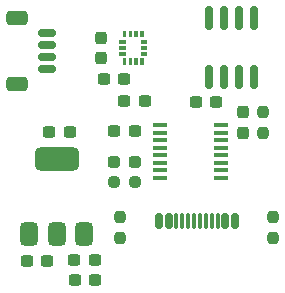
<source format=gbr>
%TF.GenerationSoftware,KiCad,Pcbnew,8.0.5*%
%TF.CreationDate,2024-10-05T00:07:48-06:00*%
%TF.ProjectId,2024_10_STM32C011J4M6_TestBoard,32303234-5f31-4305-9f53-544d33324330,rev?*%
%TF.SameCoordinates,Original*%
%TF.FileFunction,Paste,Top*%
%TF.FilePolarity,Positive*%
%FSLAX46Y46*%
G04 Gerber Fmt 4.6, Leading zero omitted, Abs format (unit mm)*
G04 Created by KiCad (PCBNEW 8.0.5) date 2024-10-05 00:07:48*
%MOMM*%
%LPD*%
G01*
G04 APERTURE LIST*
G04 Aperture macros list*
%AMRoundRect*
0 Rectangle with rounded corners*
0 $1 Rounding radius*
0 $2 $3 $4 $5 $6 $7 $8 $9 X,Y pos of 4 corners*
0 Add a 4 corners polygon primitive as box body*
4,1,4,$2,$3,$4,$5,$6,$7,$8,$9,$2,$3,0*
0 Add four circle primitives for the rounded corners*
1,1,$1+$1,$2,$3*
1,1,$1+$1,$4,$5*
1,1,$1+$1,$6,$7*
1,1,$1+$1,$8,$9*
0 Add four rect primitives between the rounded corners*
20,1,$1+$1,$2,$3,$4,$5,0*
20,1,$1+$1,$4,$5,$6,$7,0*
20,1,$1+$1,$6,$7,$8,$9,0*
20,1,$1+$1,$8,$9,$2,$3,0*%
G04 Aperture macros list end*
%ADD10C,0.010000*%
%ADD11RoundRect,0.237500X0.237500X-0.250000X0.237500X0.250000X-0.237500X0.250000X-0.237500X-0.250000X0*%
%ADD12RoundRect,0.237500X0.300000X0.237500X-0.300000X0.237500X-0.300000X-0.237500X0.300000X-0.237500X0*%
%ADD13R,1.200000X0.400000*%
%ADD14RoundRect,0.237500X-0.300000X-0.237500X0.300000X-0.237500X0.300000X0.237500X-0.300000X0.237500X0*%
%ADD15RoundRect,0.237500X-0.237500X0.250000X-0.237500X-0.250000X0.237500X-0.250000X0.237500X0.250000X0*%
%ADD16RoundRect,0.237500X0.237500X-0.287500X0.237500X0.287500X-0.237500X0.287500X-0.237500X-0.287500X0*%
%ADD17RoundRect,0.375000X0.375000X-0.625000X0.375000X0.625000X-0.375000X0.625000X-0.375000X-0.625000X0*%
%ADD18RoundRect,0.500000X1.400000X-0.500000X1.400000X0.500000X-1.400000X0.500000X-1.400000X-0.500000X0*%
%ADD19RoundRect,0.150000X-0.150000X-0.500000X0.150000X-0.500000X0.150000X0.500000X-0.150000X0.500000X0*%
%ADD20RoundRect,0.075000X-0.075000X-0.575000X0.075000X-0.575000X0.075000X0.575000X-0.075000X0.575000X0*%
%ADD21RoundRect,0.237500X-0.250000X-0.237500X0.250000X-0.237500X0.250000X0.237500X-0.250000X0.237500X0*%
%ADD22RoundRect,0.237500X0.287500X0.237500X-0.287500X0.237500X-0.287500X-0.237500X0.287500X-0.237500X0*%
%ADD23RoundRect,0.237500X-0.237500X0.300000X-0.237500X-0.300000X0.237500X-0.300000X0.237500X0.300000X0*%
%ADD24RoundRect,0.150000X0.625000X-0.150000X0.625000X0.150000X-0.625000X0.150000X-0.625000X-0.150000X0*%
%ADD25RoundRect,0.250000X0.650000X-0.350000X0.650000X0.350000X-0.650000X0.350000X-0.650000X-0.350000X0*%
%ADD26RoundRect,0.150000X0.150000X-0.825000X0.150000X0.825000X-0.150000X0.825000X-0.150000X-0.825000X0*%
G04 APERTURE END LIST*
D10*
%TO.C,MT1*%
X117917100Y-69386900D02*
X117467100Y-69386900D01*
X117467100Y-69148900D01*
X117917100Y-69148900D01*
X117917100Y-69386900D01*
G36*
X117917100Y-69386900D02*
G01*
X117467100Y-69386900D01*
X117467100Y-69148900D01*
X117917100Y-69148900D01*
X117917100Y-69386900D01*
G37*
X117917100Y-69886900D02*
X117467100Y-69886900D01*
X117467100Y-69648900D01*
X117917100Y-69648900D01*
X117917100Y-69886900D01*
G36*
X117917100Y-69886900D02*
G01*
X117467100Y-69886900D01*
X117467100Y-69648900D01*
X117917100Y-69648900D01*
X117917100Y-69886900D01*
G37*
X117917100Y-70386900D02*
X117467100Y-70386900D01*
X117467100Y-70148900D01*
X117917100Y-70148900D01*
X117917100Y-70386900D01*
G36*
X117917100Y-70386900D02*
G01*
X117467100Y-70386900D01*
X117467100Y-70148900D01*
X117917100Y-70148900D01*
X117917100Y-70386900D01*
G37*
X117973600Y-68830400D02*
X117735600Y-68830400D01*
X117735600Y-68380400D01*
X117973600Y-68380400D01*
X117973600Y-68830400D01*
G36*
X117973600Y-68830400D02*
G01*
X117735600Y-68830400D01*
X117735600Y-68380400D01*
X117973600Y-68380400D01*
X117973600Y-68830400D01*
G37*
X117973600Y-71155400D02*
X117735600Y-71155400D01*
X117735600Y-70705400D01*
X117973600Y-70705400D01*
X117973600Y-71155400D01*
G36*
X117973600Y-71155400D02*
G01*
X117735600Y-71155400D01*
X117735600Y-70705400D01*
X117973600Y-70705400D01*
X117973600Y-71155400D01*
G37*
X118473600Y-68830400D02*
X118235600Y-68830400D01*
X118235600Y-68380400D01*
X118473600Y-68380400D01*
X118473600Y-68830400D01*
G36*
X118473600Y-68830400D02*
G01*
X118235600Y-68830400D01*
X118235600Y-68380400D01*
X118473600Y-68380400D01*
X118473600Y-68830400D01*
G37*
X118473600Y-71155400D02*
X118235600Y-71155400D01*
X118235600Y-70705400D01*
X118473600Y-70705400D01*
X118473600Y-71155400D01*
G36*
X118473600Y-71155400D02*
G01*
X118235600Y-71155400D01*
X118235600Y-70705400D01*
X118473600Y-70705400D01*
X118473600Y-71155400D01*
G37*
X118973600Y-68830400D02*
X118735600Y-68830400D01*
X118735600Y-68380400D01*
X118973600Y-68380400D01*
X118973600Y-68830400D01*
G36*
X118973600Y-68830400D02*
G01*
X118735600Y-68830400D01*
X118735600Y-68380400D01*
X118973600Y-68380400D01*
X118973600Y-68830400D01*
G37*
X118973600Y-71155400D02*
X118735600Y-71155400D01*
X118735600Y-70705400D01*
X118973600Y-70705400D01*
X118973600Y-71155400D01*
G36*
X118973600Y-71155400D02*
G01*
X118735600Y-71155400D01*
X118735600Y-70705400D01*
X118973600Y-70705400D01*
X118973600Y-71155400D01*
G37*
X119473600Y-68830400D02*
X119235600Y-68830400D01*
X119235600Y-68380400D01*
X119473600Y-68380400D01*
X119473600Y-68830400D01*
G36*
X119473600Y-68830400D02*
G01*
X119235600Y-68830400D01*
X119235600Y-68380400D01*
X119473600Y-68380400D01*
X119473600Y-68830400D01*
G37*
X119473600Y-71155400D02*
X119235600Y-71155400D01*
X119235600Y-70705400D01*
X119473600Y-70705400D01*
X119473600Y-71155400D01*
G36*
X119473600Y-71155400D02*
G01*
X119235600Y-71155400D01*
X119235600Y-70705400D01*
X119473600Y-70705400D01*
X119473600Y-71155400D01*
G37*
X119742100Y-69386900D02*
X119292100Y-69386900D01*
X119292100Y-69148900D01*
X119742100Y-69148900D01*
X119742100Y-69386900D01*
G36*
X119742100Y-69386900D02*
G01*
X119292100Y-69386900D01*
X119292100Y-69148900D01*
X119742100Y-69148900D01*
X119742100Y-69386900D01*
G37*
X119742100Y-69886900D02*
X119292100Y-69886900D01*
X119292100Y-69648900D01*
X119742100Y-69648900D01*
X119742100Y-69886900D01*
G36*
X119742100Y-69886900D02*
G01*
X119292100Y-69886900D01*
X119292100Y-69648900D01*
X119742100Y-69648900D01*
X119742100Y-69886900D01*
G37*
X119742100Y-70386900D02*
X119292100Y-70386900D01*
X119292100Y-70148900D01*
X119742100Y-70148900D01*
X119742100Y-70386900D01*
G36*
X119742100Y-70386900D02*
G01*
X119292100Y-70386900D01*
X119292100Y-70148900D01*
X119742100Y-70148900D01*
X119742100Y-70386900D01*
G37*
%TD*%
D11*
%TO.C,R4*%
X117551200Y-85926300D03*
X117551200Y-84101300D03*
%TD*%
D12*
%TO.C,C7*%
X125652700Y-74422000D03*
X123927700Y-74422000D03*
%TD*%
D13*
%TO.C,U2*%
X126094800Y-80804600D03*
X126094800Y-80169600D03*
X126094800Y-79534600D03*
X126094800Y-78899600D03*
X126094800Y-78264600D03*
X126094800Y-77629600D03*
X126094800Y-76994600D03*
X126094800Y-76359600D03*
X120894800Y-76359600D03*
X120894800Y-76994600D03*
X120894800Y-77629600D03*
X120894800Y-78264600D03*
X120894800Y-78899600D03*
X120894800Y-79534600D03*
X120894800Y-80169600D03*
X120894800Y-80804600D03*
%TD*%
D14*
%TO.C,C9*%
X117869100Y-74289100D03*
X119594100Y-74289100D03*
%TD*%
D12*
%TO.C,C5*%
X111327100Y-87884000D03*
X109602100Y-87884000D03*
%TD*%
D15*
%TO.C,R3*%
X130454400Y-84101300D03*
X130454400Y-85926300D03*
%TD*%
D16*
%TO.C,D2*%
X127965200Y-77024200D03*
X127965200Y-75274200D03*
%TD*%
D12*
%TO.C,C1*%
X118769300Y-76835000D03*
X117044300Y-76835000D03*
%TD*%
D17*
%TO.C,U3*%
X109841000Y-85547600D03*
X112141000Y-85547600D03*
D18*
X112141000Y-79247600D03*
D17*
X114441000Y-85547600D03*
%TD*%
D12*
%TO.C,C3*%
X115392200Y-89509600D03*
X113667200Y-89509600D03*
%TD*%
D19*
%TO.C,J3*%
X120828200Y-84494600D03*
X121628200Y-84494600D03*
D20*
X122778200Y-84494600D03*
X123778200Y-84494600D03*
X124278200Y-84494600D03*
X125278200Y-84494600D03*
D19*
X126428200Y-84494600D03*
X127228200Y-84494600D03*
X127228200Y-84494600D03*
X126428200Y-84494600D03*
D20*
X125778200Y-84494600D03*
X124778200Y-84494600D03*
X123278200Y-84494600D03*
X122278200Y-84494600D03*
D19*
X121628200Y-84494600D03*
X120828200Y-84494600D03*
%TD*%
D21*
%TO.C,R1*%
X116994300Y-81178400D03*
X118819300Y-81178400D03*
%TD*%
D14*
%TO.C,C6*%
X111532500Y-76962000D03*
X113257500Y-76962000D03*
%TD*%
D22*
%TO.C,D1*%
X118767800Y-79476600D03*
X117017800Y-79476600D03*
%TD*%
D23*
%TO.C,C10*%
X115912200Y-68956200D03*
X115912200Y-70681200D03*
%TD*%
D12*
%TO.C,C8*%
X117854900Y-72491600D03*
X116129900Y-72491600D03*
%TD*%
D24*
%TO.C,J2*%
X111353600Y-71602600D03*
X111353600Y-70602600D03*
X111353600Y-69602600D03*
X111353600Y-68602600D03*
D25*
X108828600Y-72902600D03*
X108828600Y-67302600D03*
%TD*%
D15*
%TO.C,R2*%
X129616200Y-75236700D03*
X129616200Y-77061700D03*
%TD*%
D12*
%TO.C,C4*%
X115365700Y-87807800D03*
X113640700Y-87807800D03*
%TD*%
D26*
%TO.C,U1*%
X125069600Y-72274200D03*
X126339600Y-72274200D03*
X127609600Y-72274200D03*
X128879600Y-72274200D03*
X128879600Y-67324200D03*
X127609600Y-67324200D03*
X126339600Y-67324200D03*
X125069600Y-67324200D03*
%TD*%
M02*

</source>
